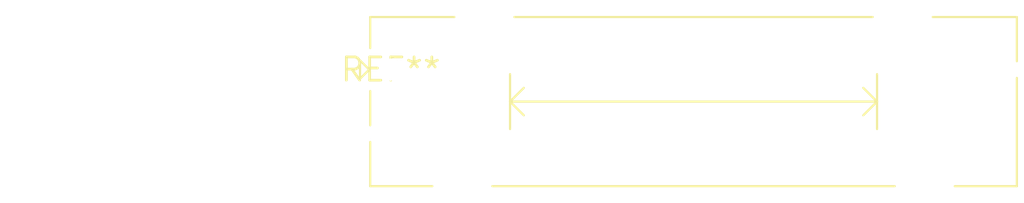
<source format=kicad_pcb>
(kicad_pcb (version 20240108) (generator pcbnew)
  (layers (0 "F.Cu" signal) (31 "B.Cu" signal) (34 "B.Paste" user) (35 "F.Paste" user) (36 "B.SilkS" user "B.Silkscreen") (37 "F.SilkS" user "F.Silkscreen") (38 "B.Mask" user) (39 "F.Mask" user) (44 "Edge.Cuts" user))
  (net 0 "")
  (footprint "Potentiometer_Bourns_PTA2043_Single_Slide" (layer "F.Cu") (at 0 0)
    (property "Reference" "REF**")
    (property "Value" "Potentiometer_Bourns_PTA2043_Single_Slide")
    (fp_line (start -1.675 -0.5) (end -1.675 0.5) (layer "F.SilkS") (stroke (width 0.12)))
    (fp_line (start -1.675 0.5) (end -1.175 0) (layer "F.SilkS") (stroke (width 0.12)))
    (fp_line (start -1.175 0) (end -1.675 -0.5) (layer "F.SilkS") (stroke (width 0.12)))
    (fp_line (start -1.12 -2.87) (end -1.12 -1.175) (layer "F.SilkS") (stroke (width 0.12)))
    (fp_line (start -1.12 -2.87) (end 3.465 -2.87) (layer "F.SilkS") (stroke (width 0.12)))
    (fp_line (start -1.12 1.175) (end -1.12 3.045) (layer "F.SilkS") (stroke (width 0.12)))
    (fp_line (start -1.12 3.956) (end -1.12 6.37) (layer "F.SilkS") (stroke (width 0.12)))
    (fp_line (start -1.12 6.37) (end 2.265 6.37) (layer "F.SilkS") (stroke (width 0.12)))
    (fp_line (start 5.536 6.37) (end 27.465 6.37) (layer "F.SilkS") (stroke (width 0.12)))
    (fp_line (start 6.5 0.25) (end 6.5 3.25) (layer "F.SilkS") (stroke (width 0.12)))
    (fp_line (start 6.5 1.75) (end 7.25 2.5) (layer "F.SilkS") (stroke (width 0.12)))
    (fp_line (start 6.5 1.75) (end 26.5 1.75) (layer "F.SilkS") (stroke (width 0.12)))
    (fp_line (start 6.736 -2.87) (end 26.265 -2.87) (layer "F.SilkS") (stroke (width 0.12)))
    (fp_line (start 7.25 1) (end 6.5 1.75) (layer "F.SilkS") (stroke (width 0.12)))
    (fp_line (start 25.75 1) (end 26.5 1.75) (layer "F.SilkS") (stroke (width 0.12)))
    (fp_line (start 26.5 0.25) (end 26.5 3.25) (layer "F.SilkS") (stroke (width 0.12)))
    (fp_line (start 26.5 1.75) (end 25.75 2.5) (layer "F.SilkS") (stroke (width 0.12)))
    (fp_line (start 29.536 -2.87) (end 34.12 -2.87) (layer "F.SilkS") (stroke (width 0.12)))
    (fp_line (start 30.736 6.37) (end 34.12 6.37) (layer "F.SilkS") (stroke (width 0.12)))
    (fp_line (start 34.12 -2.87) (end 34.12 -0.456) (layer "F.SilkS") (stroke (width 0.12)))
    (fp_line (start 34.12 0.456) (end 34.12 6.37) (layer "F.SilkS") (stroke (width 0.12)))
    (pad "1" thru_hole rect (at 0 0) (size 1.75 1.75) (drill 1.2) (layers *.Cu *.Mask) (remove_unused_layers))
    (pad "2" thru_hole circle (at 0 3.5) (size 1.75 1.75) (drill 1.2) (layers *.Cu *.Mask) (remove_unused_layers))
    (pad "3" thru_hole circle (at 33 0) (size 1.75 1.75) (drill 1.2) (layers *.Cu *.Mask) (remove_unused_layers))
    (pad "MP" thru_hole circle (at 3.9 5.95) (size 2.7 2.7) (drill 1.7) (layers *.Cu *.Mask) (remove_unused_layers))
    (pad "MP" thru_hole circle (at 5.1 -2.45) (size 2.7 2.7) (drill 1.7) (layers *.Cu *.Mask) (remove_unused_layers))
    (pad "MP" thru_hole circle (at 27.9 -2.45) (size 2.7 2.7) (drill 1.7) (layers *.Cu *.Mask) (remove_unused_layers))
    (pad "MP" thru_hole circle (at 29.1 5.95) (size 2.7 2.7) (drill 1.7) (layers *.Cu *.Mask) (remove_unused_layers))
  )
)
</source>
